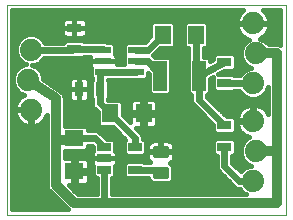
<source format=gtl>
G75*
%MOIN*%
%OFA0B0*%
%FSLAX25Y25*%
%IPPOS*%
%LPD*%
%AMOC8*
5,1,8,0,0,1.08239X$1,22.5*
%
%ADD10C,0.00000*%
%ADD11R,0.03150X0.04724*%
%ADD12R,0.05512X0.06299*%
%ADD13R,0.04724X0.09843*%
%ADD14C,0.07400*%
%ADD15R,0.04724X0.03150*%
%ADD16R,0.05315X0.02165*%
%ADD17R,0.04724X0.02717*%
%ADD18C,0.01000*%
%ADD19R,0.06299X0.05512*%
%ADD20C,0.02400*%
%ADD21C,0.01600*%
%ADD22C,0.03562*%
%ADD23C,0.03200*%
D10*
X0006800Y0006800D02*
X0006800Y0076761D01*
X0099751Y0076761D01*
X0099751Y0006800D01*
X0006800Y0006800D01*
D11*
X0030757Y0048550D03*
X0037843Y0048550D03*
D12*
X0041288Y0040550D03*
X0052312Y0040550D03*
X0058788Y0066800D03*
X0069812Y0066800D03*
D13*
X0070796Y0053050D03*
X0057804Y0053050D03*
D14*
X0088800Y0050550D03*
X0089800Y0060550D03*
X0088800Y0070550D03*
X0088800Y0038050D03*
X0089800Y0028050D03*
X0088800Y0018050D03*
X0014800Y0041800D03*
X0013800Y0051800D03*
X0014800Y0061800D03*
D15*
X0029300Y0062007D03*
X0029300Y0069093D03*
X0079300Y0057843D03*
X0079300Y0050757D03*
X0079300Y0036593D03*
X0079300Y0029507D03*
D16*
X0049714Y0054310D03*
X0049714Y0058050D03*
X0049714Y0061790D03*
X0038886Y0061790D03*
X0038886Y0058050D03*
X0038886Y0054310D03*
D17*
X0039181Y0029290D03*
X0039181Y0025550D03*
X0039181Y0021810D03*
X0049419Y0021810D03*
X0049419Y0029290D03*
D18*
X0055800Y0029300D02*
X0055800Y0026300D01*
X0055800Y0029300D02*
X0060300Y0029300D01*
X0060300Y0026300D01*
X0055800Y0026300D01*
X0055800Y0027299D02*
X0060300Y0027299D01*
X0060300Y0028298D02*
X0055800Y0028298D01*
X0055800Y0029297D02*
X0060300Y0029297D01*
X0055800Y0022300D02*
X0055800Y0019300D01*
X0055800Y0022300D02*
X0060300Y0022300D01*
X0060300Y0019300D01*
X0055800Y0019300D01*
X0055800Y0020299D02*
X0060300Y0020299D01*
X0060300Y0021298D02*
X0055800Y0021298D01*
X0055800Y0022297D02*
X0060300Y0022297D01*
D19*
X0029300Y0021288D03*
X0029300Y0032312D03*
D20*
X0036160Y0032312D01*
X0039181Y0029290D01*
X0049419Y0029290D02*
X0049419Y0032420D01*
X0041288Y0040550D01*
X0037843Y0043995D01*
X0037843Y0048550D01*
X0037843Y0053267D01*
X0038886Y0054310D01*
X0049714Y0054310D01*
X0049714Y0058050D02*
X0053788Y0058050D01*
X0057804Y0053050D01*
X0053778Y0061790D02*
X0049714Y0061790D01*
X0053778Y0061790D02*
X0058788Y0066800D01*
X0069812Y0066800D02*
X0069812Y0054034D01*
X0070796Y0053050D01*
X0070796Y0053089D01*
X0079300Y0057843D01*
X0070796Y0053050D02*
X0070796Y0045097D01*
X0079300Y0036593D01*
X0079300Y0029507D02*
X0079300Y0023050D01*
X0084300Y0018050D01*
X0088800Y0018050D01*
X0057040Y0021810D02*
X0049419Y0021810D01*
X0039300Y0021691D02*
X0039300Y0010550D01*
X0039300Y0021691D02*
X0039181Y0021810D01*
X0079300Y0050757D02*
X0088593Y0050757D01*
X0088800Y0050550D01*
X0038886Y0062007D02*
X0029300Y0062007D01*
X0028343Y0061593D02*
X0015007Y0061593D01*
X0014800Y0061800D01*
D21*
X0010211Y0059551D02*
X0008600Y0059551D01*
X0009700Y0060786D02*
X0010476Y0058911D01*
X0011911Y0057476D01*
X0013303Y0056900D01*
X0012786Y0056900D01*
X0010911Y0056124D01*
X0009476Y0054689D01*
X0008700Y0052814D01*
X0008700Y0050786D01*
X0009476Y0048911D01*
X0010911Y0047476D01*
X0012519Y0046810D01*
X0011917Y0046504D01*
X0011217Y0045995D01*
X0010605Y0045383D01*
X0010096Y0044683D01*
X0009703Y0043911D01*
X0009435Y0043088D01*
X0009300Y0042233D01*
X0009300Y0042000D01*
X0014600Y0042000D01*
X0014600Y0041600D01*
X0015000Y0041600D01*
X0015000Y0036300D01*
X0015233Y0036300D01*
X0016088Y0036435D01*
X0016911Y0036703D01*
X0017683Y0037096D01*
X0018383Y0037605D01*
X0018995Y0038217D01*
X0019504Y0038917D01*
X0019897Y0039689D01*
X0020050Y0040160D01*
X0020050Y0016203D01*
X0020507Y0015101D01*
X0021351Y0014257D01*
X0027007Y0008600D01*
X0008600Y0008600D01*
X0008600Y0074961D01*
X0085514Y0074961D01*
X0085217Y0074745D01*
X0084605Y0074133D01*
X0084096Y0073433D01*
X0083703Y0072661D01*
X0083435Y0071838D01*
X0083300Y0070983D01*
X0083300Y0070750D01*
X0088600Y0070750D01*
X0088600Y0070350D01*
X0083300Y0070350D01*
X0083300Y0070117D01*
X0083435Y0069262D01*
X0083703Y0068439D01*
X0084096Y0067667D01*
X0084605Y0066967D01*
X0085217Y0066355D01*
X0085917Y0065846D01*
X0086689Y0065453D01*
X0087512Y0065185D01*
X0087622Y0065168D01*
X0086911Y0064874D01*
X0085476Y0063439D01*
X0084700Y0061564D01*
X0084700Y0059536D01*
X0085476Y0057661D01*
X0086911Y0056226D01*
X0088303Y0055650D01*
X0087786Y0055650D01*
X0085911Y0054874D01*
X0084476Y0053439D01*
X0084442Y0053357D01*
X0082617Y0053357D01*
X0082242Y0053731D01*
X0077273Y0053731D01*
X0079307Y0054869D01*
X0082242Y0054869D01*
X0083062Y0055689D01*
X0083062Y0059998D01*
X0082242Y0060818D01*
X0076358Y0060818D01*
X0075538Y0059998D01*
X0075538Y0058719D01*
X0074558Y0058171D01*
X0074558Y0058551D01*
X0073738Y0059371D01*
X0072412Y0059371D01*
X0072412Y0062250D01*
X0073148Y0062250D01*
X0073968Y0063070D01*
X0073968Y0070530D01*
X0073148Y0071350D01*
X0066476Y0071350D01*
X0065656Y0070530D01*
X0065656Y0063070D01*
X0066476Y0062250D01*
X0067212Y0062250D01*
X0067212Y0058729D01*
X0067034Y0058551D01*
X0067034Y0047549D01*
X0067854Y0046729D01*
X0068196Y0046729D01*
X0068196Y0044580D01*
X0068592Y0043624D01*
X0069323Y0042893D01*
X0075538Y0036679D01*
X0075538Y0034439D01*
X0076358Y0033619D01*
X0082242Y0033619D01*
X0083062Y0034439D01*
X0083062Y0038748D01*
X0082242Y0039568D01*
X0080002Y0039568D01*
X0073396Y0046174D01*
X0073396Y0046729D01*
X0073738Y0046729D01*
X0074558Y0047549D01*
X0074558Y0052214D01*
X0075538Y0052761D01*
X0075538Y0048602D01*
X0076358Y0047782D01*
X0082242Y0047782D01*
X0082617Y0048157D01*
X0084271Y0048157D01*
X0084476Y0047661D01*
X0085911Y0046226D01*
X0087786Y0045450D01*
X0089814Y0045450D01*
X0091689Y0046226D01*
X0093124Y0047661D01*
X0093800Y0049294D01*
X0093800Y0040352D01*
X0093504Y0040933D01*
X0092995Y0041633D01*
X0092383Y0042245D01*
X0091683Y0042754D01*
X0090911Y0043147D01*
X0090088Y0043415D01*
X0089233Y0043550D01*
X0089000Y0043550D01*
X0089000Y0038250D01*
X0088600Y0038250D01*
X0088600Y0043550D01*
X0088367Y0043550D01*
X0087512Y0043415D01*
X0086689Y0043147D01*
X0085917Y0042754D01*
X0085217Y0042245D01*
X0084605Y0041633D01*
X0084096Y0040933D01*
X0083703Y0040161D01*
X0083435Y0039338D01*
X0083300Y0038483D01*
X0083300Y0038250D01*
X0088600Y0038250D01*
X0088600Y0037850D01*
X0083300Y0037850D01*
X0083300Y0037617D01*
X0083435Y0036762D01*
X0083703Y0035939D01*
X0084096Y0035167D01*
X0084605Y0034467D01*
X0085217Y0033855D01*
X0085917Y0033346D01*
X0086689Y0032953D01*
X0087512Y0032685D01*
X0087622Y0032668D01*
X0086911Y0032374D01*
X0085476Y0030939D01*
X0084700Y0029064D01*
X0084700Y0027036D01*
X0085476Y0025161D01*
X0086911Y0023726D01*
X0088303Y0023150D01*
X0087786Y0023150D01*
X0085911Y0022374D01*
X0084782Y0021245D01*
X0081900Y0024127D01*
X0081900Y0026532D01*
X0082242Y0026532D01*
X0083062Y0027352D01*
X0083062Y0031661D01*
X0082242Y0032481D01*
X0076358Y0032481D01*
X0075538Y0031661D01*
X0075538Y0027352D01*
X0076358Y0026532D01*
X0076700Y0026532D01*
X0076700Y0022533D01*
X0077096Y0021577D01*
X0077827Y0020846D01*
X0082827Y0015846D01*
X0083783Y0015450D01*
X0084357Y0015450D01*
X0084476Y0015161D01*
X0085911Y0013726D01*
X0086337Y0013550D01*
X0041900Y0013550D01*
X0041900Y0019052D01*
X0042124Y0019052D01*
X0042944Y0019872D01*
X0042944Y0023046D01*
X0042984Y0023087D01*
X0043221Y0023497D01*
X0043344Y0023955D01*
X0043344Y0025550D01*
X0043344Y0027145D01*
X0043221Y0027603D01*
X0042984Y0028013D01*
X0042944Y0028054D01*
X0042944Y0031228D01*
X0042124Y0032048D01*
X0040100Y0032048D01*
X0038364Y0033785D01*
X0037633Y0034516D01*
X0036677Y0034912D01*
X0033850Y0034912D01*
X0033850Y0035648D01*
X0033030Y0036468D01*
X0026050Y0036468D01*
X0026050Y0045247D01*
X0026109Y0045534D01*
X0026050Y0045838D01*
X0026050Y0046147D01*
X0025938Y0046418D01*
X0025882Y0046706D01*
X0025712Y0046964D01*
X0025593Y0047249D01*
X0025386Y0047457D01*
X0025224Y0047702D01*
X0024968Y0047875D01*
X0024749Y0048093D01*
X0024478Y0048206D01*
X0018900Y0051975D01*
X0018900Y0052814D01*
X0018124Y0054689D01*
X0016689Y0056124D01*
X0015297Y0056700D01*
X0015814Y0056700D01*
X0017689Y0057476D01*
X0019124Y0058911D01*
X0019158Y0058993D01*
X0028860Y0058993D01*
X0028954Y0059032D01*
X0032242Y0059032D01*
X0032617Y0059407D01*
X0034439Y0059407D01*
X0034429Y0059370D01*
X0034429Y0058050D01*
X0034429Y0056730D01*
X0034551Y0056273D01*
X0034788Y0055862D01*
X0034829Y0055822D01*
X0034829Y0052647D01*
X0035243Y0052233D01*
X0035243Y0051867D01*
X0034869Y0051492D01*
X0034869Y0045608D01*
X0035243Y0045233D01*
X0035243Y0043478D01*
X0035639Y0042522D01*
X0037132Y0041029D01*
X0037132Y0036820D01*
X0037952Y0036000D01*
X0042161Y0036000D01*
X0046295Y0031867D01*
X0045656Y0031228D01*
X0045656Y0027352D01*
X0046476Y0026532D01*
X0052361Y0026532D01*
X0053181Y0027352D01*
X0053181Y0031228D01*
X0052361Y0032048D01*
X0052018Y0032048D01*
X0052018Y0032937D01*
X0051623Y0033892D01*
X0049915Y0035600D01*
X0051734Y0035600D01*
X0051734Y0039972D01*
X0052890Y0039972D01*
X0052890Y0041128D01*
X0056868Y0041128D01*
X0056868Y0043937D01*
X0056745Y0044394D01*
X0056508Y0044805D01*
X0056173Y0045140D01*
X0055762Y0045377D01*
X0055305Y0045500D01*
X0052890Y0045500D01*
X0052890Y0041128D01*
X0051734Y0041128D01*
X0051734Y0045500D01*
X0049319Y0045500D01*
X0048861Y0045377D01*
X0048451Y0045140D01*
X0048116Y0044805D01*
X0047879Y0044394D01*
X0047756Y0043937D01*
X0047756Y0041128D01*
X0051734Y0041128D01*
X0051734Y0039972D01*
X0047756Y0039972D01*
X0047756Y0037759D01*
X0045444Y0040071D01*
X0045444Y0044280D01*
X0044624Y0045100D01*
X0040443Y0045100D01*
X0040443Y0045233D01*
X0040818Y0045608D01*
X0040818Y0051492D01*
X0040600Y0051710D01*
X0050231Y0051710D01*
X0050514Y0051827D01*
X0052951Y0051827D01*
X0053771Y0052647D01*
X0053771Y0053919D01*
X0054042Y0053582D01*
X0054042Y0047549D01*
X0054862Y0046729D01*
X0060746Y0046729D01*
X0061566Y0047549D01*
X0061566Y0058551D01*
X0060746Y0059371D01*
X0056062Y0059371D01*
X0056048Y0059388D01*
X0055992Y0059523D01*
X0055727Y0059788D01*
X0055605Y0059940D01*
X0057916Y0062250D01*
X0062124Y0062250D01*
X0062944Y0063070D01*
X0062944Y0070530D01*
X0062124Y0071350D01*
X0055452Y0071350D01*
X0054632Y0070530D01*
X0054632Y0066321D01*
X0052701Y0064390D01*
X0049197Y0064390D01*
X0048913Y0064273D01*
X0046476Y0064273D01*
X0045656Y0063453D01*
X0045656Y0060128D01*
X0045864Y0059920D01*
X0045656Y0059713D01*
X0045656Y0056910D01*
X0043344Y0056910D01*
X0043344Y0058050D01*
X0043344Y0059370D01*
X0043221Y0059827D01*
X0042984Y0060238D01*
X0042944Y0060278D01*
X0042944Y0063453D01*
X0042124Y0064273D01*
X0040210Y0064273D01*
X0039403Y0064607D01*
X0032617Y0064607D01*
X0032242Y0064981D01*
X0026358Y0064981D01*
X0025570Y0064193D01*
X0019329Y0064193D01*
X0019124Y0064689D01*
X0017689Y0066124D01*
X0015814Y0066900D01*
X0013786Y0066900D01*
X0011911Y0066124D01*
X0010476Y0064689D01*
X0009700Y0062814D01*
X0009700Y0060786D01*
X0009700Y0061149D02*
X0008600Y0061149D01*
X0008600Y0062748D02*
X0009700Y0062748D01*
X0010335Y0064346D02*
X0008600Y0064346D01*
X0008600Y0065945D02*
X0011732Y0065945D01*
X0008600Y0067543D02*
X0025138Y0067543D01*
X0025138Y0067282D02*
X0025260Y0066824D01*
X0025497Y0066413D01*
X0025833Y0066078D01*
X0026243Y0065841D01*
X0026701Y0065719D01*
X0029300Y0065718D01*
X0029300Y0069093D01*
X0029300Y0065719D01*
X0031899Y0065719D01*
X0032357Y0065841D01*
X0032767Y0066078D01*
X0033103Y0066413D01*
X0033340Y0066824D01*
X0033462Y0067282D01*
X0033462Y0069093D01*
X0029300Y0069093D01*
X0029300Y0069093D01*
X0025138Y0069093D01*
X0025138Y0067282D01*
X0026063Y0065945D02*
X0017868Y0065945D01*
X0019265Y0064346D02*
X0025723Y0064346D01*
X0028343Y0061593D02*
X0029300Y0062007D01*
X0034429Y0058050D02*
X0038886Y0058050D01*
X0038886Y0058050D01*
X0034429Y0058050D01*
X0034429Y0057952D02*
X0018165Y0057952D01*
X0016133Y0056354D02*
X0034530Y0056354D01*
X0034829Y0054755D02*
X0018057Y0054755D01*
X0018758Y0053157D02*
X0034829Y0053157D01*
X0033772Y0052017D02*
X0033437Y0052353D01*
X0033026Y0052590D01*
X0032568Y0052712D01*
X0030757Y0052712D01*
X0030757Y0048550D01*
X0034131Y0048550D01*
X0034131Y0051149D01*
X0034009Y0051607D01*
X0033772Y0052017D01*
X0034022Y0051558D02*
X0034935Y0051558D01*
X0034869Y0049960D02*
X0034131Y0049960D01*
X0034131Y0048550D02*
X0030757Y0048550D01*
X0030757Y0048550D01*
X0030757Y0048550D01*
X0030757Y0044388D01*
X0032568Y0044388D01*
X0033026Y0044510D01*
X0033437Y0044747D01*
X0033772Y0045083D01*
X0034009Y0045493D01*
X0034131Y0045951D01*
X0034131Y0048550D01*
X0034131Y0048361D02*
X0034869Y0048361D01*
X0034869Y0046763D02*
X0034131Y0046763D01*
X0033819Y0045164D02*
X0035243Y0045164D01*
X0035243Y0043566D02*
X0026050Y0043566D01*
X0026050Y0045164D02*
X0027694Y0045164D01*
X0027742Y0045083D02*
X0028077Y0044747D01*
X0028487Y0044510D01*
X0028945Y0044388D01*
X0030757Y0044388D01*
X0030757Y0048550D01*
X0030757Y0048550D01*
X0030757Y0052712D01*
X0028945Y0052712D01*
X0028487Y0052590D01*
X0028077Y0052353D01*
X0027742Y0052017D01*
X0027505Y0051607D01*
X0027382Y0051149D01*
X0027382Y0048550D01*
X0027382Y0045951D01*
X0027505Y0045493D01*
X0027742Y0045083D01*
X0027382Y0046763D02*
X0025844Y0046763D01*
X0027382Y0048361D02*
X0024248Y0048361D01*
X0021882Y0049960D02*
X0027382Y0049960D01*
X0027382Y0048550D02*
X0030757Y0048550D01*
X0027382Y0048550D01*
X0030757Y0048550D02*
X0030757Y0048550D01*
X0030757Y0048361D02*
X0030757Y0048361D01*
X0030757Y0046763D02*
X0030757Y0046763D01*
X0030757Y0045164D02*
X0030757Y0045164D01*
X0026050Y0041967D02*
X0036194Y0041967D01*
X0037132Y0040369D02*
X0026050Y0040369D01*
X0026050Y0038770D02*
X0037132Y0038770D01*
X0037132Y0037172D02*
X0026050Y0037172D01*
X0020050Y0037172D02*
X0017787Y0037172D01*
X0020050Y0035573D02*
X0008600Y0035573D01*
X0008600Y0037172D02*
X0011813Y0037172D01*
X0011917Y0037096D02*
X0012689Y0036703D01*
X0013512Y0036435D01*
X0014367Y0036300D01*
X0014600Y0036300D01*
X0014600Y0041600D01*
X0009300Y0041600D01*
X0009300Y0041367D01*
X0009435Y0040512D01*
X0009703Y0039689D01*
X0010096Y0038917D01*
X0010605Y0038217D01*
X0011217Y0037605D01*
X0011917Y0037096D01*
X0010203Y0038770D02*
X0008600Y0038770D01*
X0008600Y0040369D02*
X0009482Y0040369D01*
X0008600Y0041967D02*
X0014600Y0041967D01*
X0014600Y0040369D02*
X0015000Y0040369D01*
X0015000Y0038770D02*
X0014600Y0038770D01*
X0014600Y0037172D02*
X0015000Y0037172D01*
X0019397Y0038770D02*
X0020050Y0038770D01*
X0020050Y0033975D02*
X0008600Y0033975D01*
X0008600Y0032376D02*
X0020050Y0032376D01*
X0020050Y0030778D02*
X0008600Y0030778D01*
X0008600Y0029179D02*
X0020050Y0029179D01*
X0020050Y0027581D02*
X0008600Y0027581D01*
X0008600Y0025982D02*
X0020050Y0025982D01*
X0020050Y0024384D02*
X0008600Y0024384D01*
X0008600Y0022785D02*
X0020050Y0022785D01*
X0020050Y0021187D02*
X0008600Y0021187D01*
X0008600Y0019588D02*
X0020050Y0019588D01*
X0020050Y0017990D02*
X0008600Y0017990D01*
X0008600Y0016391D02*
X0020050Y0016391D01*
X0020815Y0014793D02*
X0008600Y0014793D01*
X0008600Y0013194D02*
X0022413Y0013194D01*
X0024012Y0011596D02*
X0008600Y0011596D01*
X0008600Y0009997D02*
X0025610Y0009997D01*
X0030543Y0013550D02*
X0027360Y0016732D01*
X0028722Y0016732D01*
X0028722Y0020710D01*
X0029878Y0020710D01*
X0029878Y0016732D01*
X0032687Y0016732D01*
X0033144Y0016855D01*
X0033555Y0017092D01*
X0033890Y0017427D01*
X0034127Y0017838D01*
X0034250Y0018295D01*
X0034250Y0020710D01*
X0029878Y0020710D01*
X0029878Y0021866D01*
X0034250Y0021866D01*
X0034250Y0024281D01*
X0034127Y0024739D01*
X0033890Y0025149D01*
X0033555Y0025484D01*
X0033144Y0025721D01*
X0032687Y0025844D01*
X0029878Y0025844D01*
X0029878Y0021866D01*
X0028722Y0021866D01*
X0028722Y0025844D01*
X0026050Y0025844D01*
X0026050Y0028156D01*
X0033030Y0028156D01*
X0033850Y0028976D01*
X0033850Y0029712D01*
X0035083Y0029712D01*
X0035419Y0029375D01*
X0035419Y0028054D01*
X0035379Y0028013D01*
X0035142Y0027603D01*
X0035019Y0027145D01*
X0035019Y0025550D01*
X0035019Y0023955D01*
X0035142Y0023497D01*
X0035379Y0023087D01*
X0035419Y0023046D01*
X0035419Y0019872D01*
X0036239Y0019052D01*
X0036700Y0019052D01*
X0036700Y0013550D01*
X0030543Y0013550D01*
X0029300Y0014793D02*
X0036700Y0014793D01*
X0036700Y0016391D02*
X0027702Y0016391D01*
X0028722Y0017990D02*
X0029878Y0017990D01*
X0029878Y0019588D02*
X0028722Y0019588D01*
X0029878Y0021187D02*
X0035419Y0021187D01*
X0035703Y0019588D02*
X0034250Y0019588D01*
X0034168Y0017990D02*
X0036700Y0017990D01*
X0041900Y0017990D02*
X0054423Y0017990D01*
X0053900Y0018513D02*
X0053900Y0019210D01*
X0052519Y0019210D01*
X0052361Y0019052D01*
X0046476Y0019052D01*
X0045656Y0019872D01*
X0045656Y0023748D01*
X0046476Y0024568D01*
X0052361Y0024568D01*
X0052519Y0024410D01*
X0054489Y0024410D01*
X0054334Y0024513D01*
X0054013Y0024834D01*
X0053762Y0025211D01*
X0053588Y0025629D01*
X0053500Y0026073D01*
X0053500Y0027600D01*
X0057850Y0027600D01*
X0057850Y0028000D01*
X0057850Y0031600D01*
X0055573Y0031600D01*
X0055129Y0031512D01*
X0054711Y0031338D01*
X0054334Y0031087D01*
X0054013Y0030766D01*
X0053762Y0030389D01*
X0053588Y0029971D01*
X0053500Y0029527D01*
X0053500Y0028000D01*
X0057850Y0028000D01*
X0058250Y0028000D01*
X0058250Y0031600D01*
X0060527Y0031600D01*
X0060971Y0031512D01*
X0061389Y0031338D01*
X0061766Y0031087D01*
X0062087Y0030766D01*
X0062338Y0030389D01*
X0062512Y0029971D01*
X0062600Y0029527D01*
X0062600Y0028000D01*
X0058250Y0028000D01*
X0058250Y0027600D01*
X0062600Y0027600D01*
X0062600Y0026073D01*
X0062512Y0025629D01*
X0062338Y0025211D01*
X0062087Y0024834D01*
X0061766Y0024513D01*
X0061389Y0024262D01*
X0061132Y0024155D01*
X0062200Y0023087D01*
X0062200Y0018513D01*
X0061087Y0017400D01*
X0055013Y0017400D01*
X0053900Y0018513D01*
X0057040Y0021810D02*
X0058050Y0020800D01*
X0062200Y0021187D02*
X0077486Y0021187D01*
X0079085Y0019588D02*
X0062200Y0019588D01*
X0061677Y0017990D02*
X0080683Y0017990D01*
X0082282Y0016391D02*
X0041900Y0016391D01*
X0041900Y0014793D02*
X0084845Y0014793D01*
X0083242Y0022785D02*
X0086905Y0022785D01*
X0086254Y0024384D02*
X0081900Y0024384D01*
X0081900Y0025982D02*
X0085136Y0025982D01*
X0084700Y0027581D02*
X0083062Y0027581D01*
X0083062Y0029179D02*
X0084748Y0029179D01*
X0085410Y0030778D02*
X0083062Y0030778D01*
X0082347Y0032376D02*
X0086917Y0032376D01*
X0085097Y0033975D02*
X0082598Y0033975D01*
X0083062Y0035573D02*
X0083889Y0035573D01*
X0083371Y0037172D02*
X0083062Y0037172D01*
X0083040Y0038770D02*
X0083346Y0038770D01*
X0083809Y0040369D02*
X0079202Y0040369D01*
X0077603Y0041967D02*
X0084939Y0041967D01*
X0088600Y0041967D02*
X0089000Y0041967D01*
X0089000Y0040369D02*
X0088600Y0040369D01*
X0088600Y0038770D02*
X0089000Y0038770D01*
X0092661Y0041967D02*
X0093800Y0041967D01*
X0093791Y0040369D02*
X0093800Y0040369D01*
X0093800Y0043566D02*
X0076004Y0043566D01*
X0074406Y0045164D02*
X0093800Y0045164D01*
X0093800Y0046763D02*
X0092225Y0046763D01*
X0093414Y0048361D02*
X0093800Y0048361D01*
X0085375Y0046763D02*
X0073772Y0046763D01*
X0074558Y0048361D02*
X0075778Y0048361D01*
X0075538Y0049960D02*
X0074558Y0049960D01*
X0074558Y0051558D02*
X0075538Y0051558D01*
X0079105Y0054755D02*
X0085793Y0054755D01*
X0086784Y0056354D02*
X0083062Y0056354D01*
X0083062Y0057952D02*
X0085356Y0057952D01*
X0084700Y0059551D02*
X0083062Y0059551D01*
X0084700Y0061149D02*
X0072412Y0061149D01*
X0073645Y0062748D02*
X0085190Y0062748D01*
X0086384Y0064346D02*
X0073968Y0064346D01*
X0073968Y0065945D02*
X0085781Y0065945D01*
X0084186Y0067543D02*
X0073968Y0067543D01*
X0073968Y0069142D02*
X0083474Y0069142D01*
X0083598Y0072339D02*
X0032368Y0072339D01*
X0032357Y0072345D02*
X0031899Y0072468D01*
X0029300Y0072468D01*
X0029300Y0069093D01*
X0029300Y0069093D01*
X0029300Y0069093D01*
X0033462Y0069093D01*
X0033462Y0070905D01*
X0033340Y0071363D01*
X0033103Y0071773D01*
X0032767Y0072108D01*
X0032357Y0072345D01*
X0033462Y0070740D02*
X0054843Y0070740D01*
X0054632Y0069142D02*
X0033462Y0069142D01*
X0033462Y0067543D02*
X0054632Y0067543D01*
X0054256Y0065945D02*
X0032537Y0065945D01*
X0029300Y0065945D02*
X0029300Y0065945D01*
X0029300Y0067543D02*
X0029300Y0067543D01*
X0029300Y0069093D02*
X0025138Y0069093D01*
X0025138Y0070905D01*
X0025260Y0071363D01*
X0025497Y0071773D01*
X0025833Y0072108D01*
X0026243Y0072345D01*
X0026701Y0072468D01*
X0029300Y0072468D01*
X0029300Y0069093D01*
X0029300Y0069093D01*
X0029300Y0069142D02*
X0029300Y0069142D01*
X0029300Y0070740D02*
X0029300Y0070740D01*
X0029300Y0072339D02*
X0029300Y0072339D01*
X0026232Y0072339D02*
X0008600Y0072339D01*
X0008600Y0073937D02*
X0084463Y0073937D01*
X0088600Y0070740D02*
X0073757Y0070740D01*
X0065867Y0070740D02*
X0062733Y0070740D01*
X0062944Y0069142D02*
X0065656Y0069142D01*
X0065656Y0067543D02*
X0062944Y0067543D01*
X0062944Y0065945D02*
X0065656Y0065945D01*
X0065656Y0064346D02*
X0062944Y0064346D01*
X0062621Y0062748D02*
X0065978Y0062748D01*
X0067212Y0061149D02*
X0056815Y0061149D01*
X0055964Y0059551D02*
X0067212Y0059551D01*
X0067034Y0057952D02*
X0061566Y0057952D01*
X0061566Y0056354D02*
X0067034Y0056354D01*
X0067034Y0054755D02*
X0061566Y0054755D01*
X0061566Y0053157D02*
X0067034Y0053157D01*
X0067034Y0051558D02*
X0061566Y0051558D01*
X0061566Y0049960D02*
X0067034Y0049960D01*
X0067034Y0048361D02*
X0061566Y0048361D01*
X0060780Y0046763D02*
X0067820Y0046763D01*
X0068196Y0045164D02*
X0056131Y0045164D01*
X0056868Y0043566D02*
X0068651Y0043566D01*
X0070249Y0041967D02*
X0056868Y0041967D01*
X0056868Y0039972D02*
X0052890Y0039972D01*
X0052890Y0035600D01*
X0055305Y0035600D01*
X0055762Y0035723D01*
X0056173Y0035960D01*
X0056508Y0036295D01*
X0056745Y0036706D01*
X0056868Y0037163D01*
X0056868Y0039972D01*
X0056868Y0038770D02*
X0073446Y0038770D01*
X0075045Y0037172D02*
X0056868Y0037172D01*
X0052890Y0037172D02*
X0051734Y0037172D01*
X0051734Y0038770D02*
X0052890Y0038770D01*
X0052890Y0040369D02*
X0071848Y0040369D01*
X0075538Y0035573D02*
X0049942Y0035573D01*
X0051540Y0033975D02*
X0076002Y0033975D01*
X0076253Y0032376D02*
X0052018Y0032376D01*
X0053181Y0030778D02*
X0054025Y0030778D01*
X0053500Y0029179D02*
X0053181Y0029179D01*
X0053181Y0027581D02*
X0053500Y0027581D01*
X0053518Y0025982D02*
X0043344Y0025982D01*
X0043344Y0025550D02*
X0039182Y0025550D01*
X0039182Y0025550D01*
X0043344Y0025550D01*
X0043344Y0024384D02*
X0046292Y0024384D01*
X0045656Y0022785D02*
X0042944Y0022785D01*
X0042944Y0021187D02*
X0045656Y0021187D01*
X0045940Y0019588D02*
X0042660Y0019588D01*
X0035419Y0022785D02*
X0034250Y0022785D01*
X0034222Y0024384D02*
X0035019Y0024384D01*
X0035019Y0025550D02*
X0039181Y0025550D01*
X0039181Y0025550D01*
X0035019Y0025550D01*
X0035019Y0025982D02*
X0026050Y0025982D01*
X0026050Y0027581D02*
X0035136Y0027581D01*
X0035419Y0029179D02*
X0033850Y0029179D01*
X0029878Y0024384D02*
X0028722Y0024384D01*
X0028722Y0022785D02*
X0029878Y0022785D01*
X0039772Y0032376D02*
X0045785Y0032376D01*
X0045656Y0030778D02*
X0042944Y0030778D01*
X0042944Y0029179D02*
X0045656Y0029179D01*
X0045656Y0027581D02*
X0043227Y0027581D01*
X0044187Y0033975D02*
X0038174Y0033975D01*
X0033850Y0035573D02*
X0042588Y0035573D01*
X0046745Y0038770D02*
X0047756Y0038770D01*
X0045444Y0040369D02*
X0051734Y0040369D01*
X0051734Y0041967D02*
X0052890Y0041967D01*
X0052890Y0043566D02*
X0051734Y0043566D01*
X0051734Y0045164D02*
X0052890Y0045164D01*
X0054828Y0046763D02*
X0040818Y0046763D01*
X0040818Y0048361D02*
X0054042Y0048361D01*
X0054042Y0049960D02*
X0040818Y0049960D01*
X0040752Y0051558D02*
X0054042Y0051558D01*
X0054042Y0053157D02*
X0053771Y0053157D01*
X0045656Y0057952D02*
X0043344Y0057952D01*
X0043344Y0058050D02*
X0038886Y0058050D01*
X0043344Y0058050D01*
X0043295Y0059551D02*
X0045656Y0059551D01*
X0045656Y0061149D02*
X0042944Y0061149D01*
X0042944Y0062748D02*
X0045656Y0062748D01*
X0049091Y0064346D02*
X0040033Y0064346D01*
X0038886Y0062007D02*
X0038886Y0061790D01*
X0038886Y0058050D02*
X0038886Y0058050D01*
X0030757Y0051558D02*
X0030757Y0051558D01*
X0030757Y0049960D02*
X0030757Y0049960D01*
X0027492Y0051558D02*
X0019516Y0051558D01*
X0012425Y0046763D02*
X0008600Y0046763D01*
X0008600Y0048361D02*
X0010026Y0048361D01*
X0009042Y0049960D02*
X0008600Y0049960D01*
X0008600Y0051558D02*
X0008700Y0051558D01*
X0008600Y0053157D02*
X0008842Y0053157D01*
X0008600Y0054755D02*
X0009543Y0054755D01*
X0008600Y0056354D02*
X0011467Y0056354D01*
X0011435Y0057952D02*
X0008600Y0057952D01*
X0008600Y0069142D02*
X0025138Y0069142D01*
X0025138Y0070740D02*
X0008600Y0070740D01*
X0008600Y0045164D02*
X0010446Y0045164D01*
X0009591Y0043566D02*
X0008600Y0043566D01*
X0040443Y0045164D02*
X0048493Y0045164D01*
X0047756Y0043566D02*
X0045444Y0043566D01*
X0045444Y0041967D02*
X0047756Y0041967D01*
X0057850Y0030778D02*
X0058250Y0030778D01*
X0058250Y0029179D02*
X0057850Y0029179D01*
X0062075Y0030778D02*
X0075538Y0030778D01*
X0075538Y0029179D02*
X0062600Y0029179D01*
X0062600Y0027581D02*
X0075538Y0027581D01*
X0076700Y0025982D02*
X0062582Y0025982D01*
X0061572Y0024384D02*
X0076700Y0024384D01*
X0076700Y0022785D02*
X0062200Y0022785D01*
X0072412Y0059551D02*
X0075538Y0059551D01*
X0089000Y0070350D02*
X0089000Y0070750D01*
X0094300Y0070750D01*
X0094300Y0070983D01*
X0094165Y0071838D01*
X0093897Y0072661D01*
X0093504Y0073433D01*
X0092995Y0074133D01*
X0092383Y0074745D01*
X0092086Y0074961D01*
X0097951Y0074961D01*
X0097951Y0063320D01*
X0097397Y0063550D01*
X0094012Y0063550D01*
X0092689Y0064874D01*
X0091081Y0065540D01*
X0091683Y0065846D01*
X0092383Y0066355D01*
X0092995Y0066967D01*
X0093504Y0067667D01*
X0093897Y0068439D01*
X0094165Y0069262D01*
X0094300Y0070117D01*
X0094300Y0070350D01*
X0089000Y0070350D01*
X0089000Y0070740D02*
X0097951Y0070740D01*
X0097951Y0069142D02*
X0094126Y0069142D01*
X0093414Y0067543D02*
X0097951Y0067543D01*
X0097951Y0065945D02*
X0091819Y0065945D01*
X0093216Y0064346D02*
X0097951Y0064346D01*
X0097951Y0072339D02*
X0094002Y0072339D01*
X0093137Y0073937D02*
X0097951Y0073937D01*
D22*
X0078050Y0063050D03*
X0084300Y0056800D03*
X0081800Y0046800D03*
X0079300Y0041800D03*
X0075550Y0046800D03*
X0069300Y0040550D03*
X0066800Y0044300D03*
X0074300Y0035550D03*
X0074300Y0029300D03*
X0083050Y0033050D03*
X0084300Y0024300D03*
X0075550Y0021800D03*
X0079300Y0016800D03*
X0044300Y0025550D03*
X0051800Y0049300D03*
X0031800Y0056800D03*
X0024300Y0056800D03*
X0023050Y0065550D03*
X0036800Y0066800D03*
X0051800Y0066800D03*
D23*
X0023050Y0045550D02*
X0023050Y0031800D01*
X0023050Y0016800D01*
X0029300Y0010550D01*
X0039300Y0010550D01*
X0096800Y0010550D01*
X0096800Y0028050D01*
X0089800Y0028050D01*
X0096800Y0028050D02*
X0096800Y0060550D01*
X0089800Y0060550D01*
X0029300Y0032312D02*
X0028788Y0031800D01*
X0023050Y0031800D01*
X0023050Y0045550D02*
X0013800Y0051800D01*
M02*

</source>
